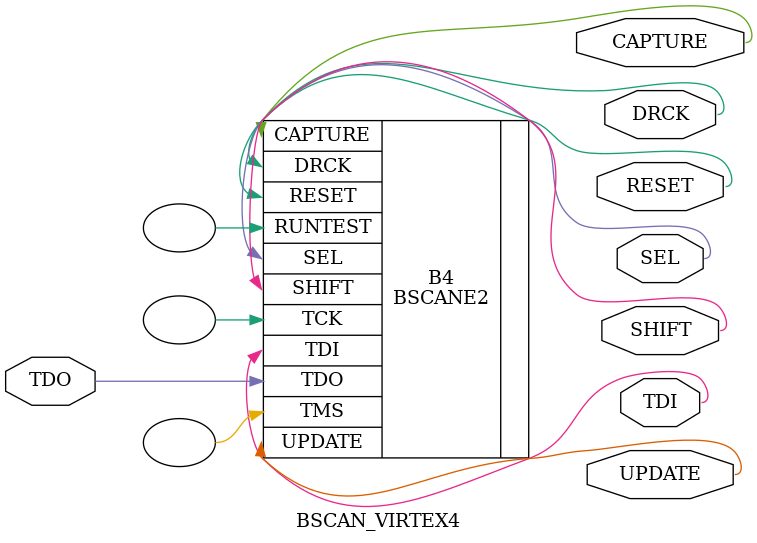
<source format=v>
`timescale 1 ps/1 ps
module BSCAN_VIRTEX4 (CAPTURE, DRCK, RESET, SEL, SHIFT, TDI, UPDATE, TDO);

    output CAPTURE, DRCK, RESET, SEL, SHIFT, TDI, UPDATE;
    
    input TDO;

    reg SEL_zd;

    parameter integer JTAG_CHAIN = 1;

    BSCANE2 #(.JTAG_CHAIN(JTAG_CHAIN)) B4 ( .CAPTURE(CAPTURE), .DRCK(DRCK), .RESET(RESET), .RUNTEST(), .SEL(SEL), .SHIFT(SHIFT), .TCK(), .TDI(TDI), .TMS(), .UPDATE(UPDATE), .TDO(TDO));

endmodule


</source>
